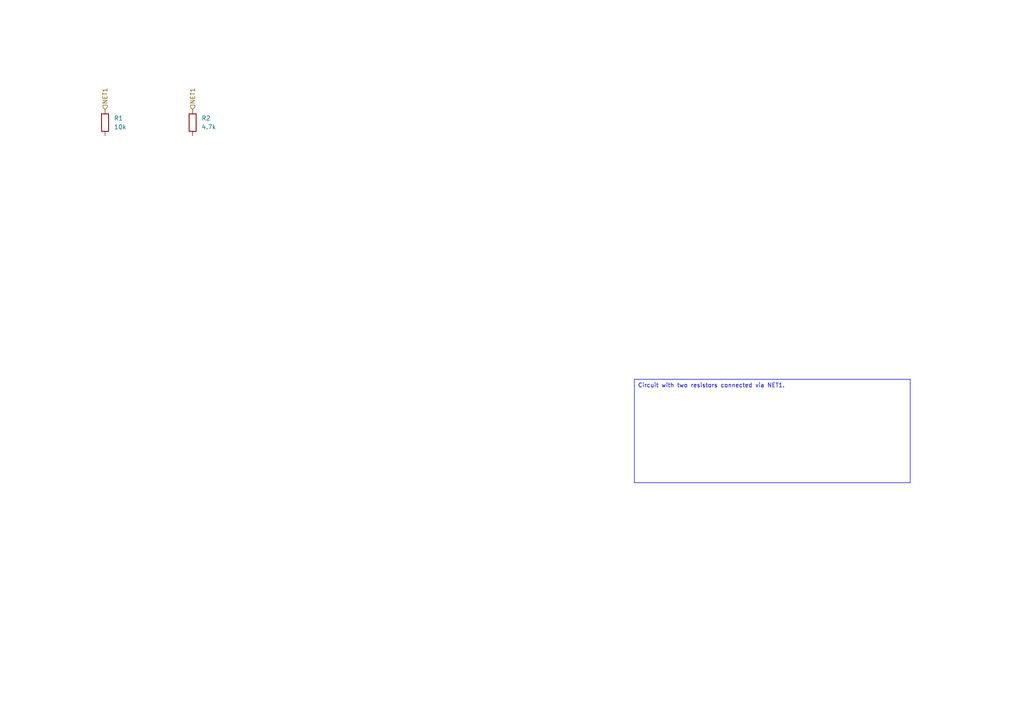
<source format=kicad_sch>
(kicad_sch (version 20250114) (generator "circuit_synth") (generator_version "0.8.36")
  (paper "A4")
  (title_block (title "two_resistors_on_net"))
  (lib_symbols
    (symbol "Device:R" (pin_numbers (hide yes)) (pin_names (offset 0))
      (property "Reference" "R" (at 2.032 0 90))
      (property "Value" "R" (at 0 0 90))
      (symbol "R_0_1"
        (rectangle (start -1.016 -2.54) (end 1.016 2.54) (stroke (width 0.254)))
      )
      (symbol "R_1_1"
        (pin passive line (at 0 3.81 270) (length 1.27) (name "~") (number "1"))
        (pin passive line (at 0 -3.81 90) (length 1.27) (name "~") (number "2"))
      )
    )
  )
  (symbol (lib_id "Device:R") (at 30.48 35.56 0) (unit 1)
    (property "Reference" "R1" (at 33.02 34.2899 0) (effects (justify left)))
    (property "Value" "10k" (at 33.02 36.8299 0) (effects (justify left)))
    (property "Footprint" "Resistor_SMD:R_0603_1608Metric" (effects (hide yes)))
    (property "hierarchy_path" "/e703b79a-3e2c-4f35-8d35-5e14a8294d34" (effects (hide yes)))
    (property "project_name" "two_resistors_on_net" (effects (hide yes)))
    (property "root_uuid" "e703b79a-3e2c-4f35-8d35-5e14a8294d34" (effects (hide yes)))
  )
  (symbol (lib_id "Device:R") (at 55.88 35.56 0) (unit 1)
    (property "Reference" "R2" (at 58.42 34.2899 0) (effects (justify left)))
    (property "Value" "4.7k" (at 58.42 36.8299 0) (effects (justify left)))
    (property "Footprint" "Resistor_SMD:R_0603_1608Metric" (effects (hide yes)))
    (property "hierarchy_path" "/e703b79a-3e2c-4f35-8d35-5e14a8294d34" (effects (hide yes)))
    (property "project_name" "two_resistors_on_net" (effects (hide yes)))
    (property "root_uuid" "e703b79a-3e2c-4f35-8d35-5e14a8294d34" (effects (hide yes)))
  )
  (hierarchical_label "NET1" (shape input) (at 30.48 31.75 90))
  (hierarchical_label "NET1" (shape input) (at 55.88 31.75 90))
  (text_box "Circuit with two resistors connected via NET1." (at 184 110 0) (size 80 30) (margins 1 1 1 1) (effects (font (size 1.2 1.2)) (justify left top)))
)
</source>
